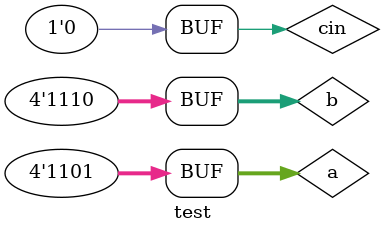
<source format=v>
module claa4bit(a,b,cin,cout,sum);
  input [3:0]a,b;
  output [3:0]sum;
  input cin;
  output cout;
  wire [3:0]g,p,c;
  assign g[0]=a[0]&b[0];
  	assign g[1]=a[1]&b[1];
 	assign g[2]=a[2]&b[2];
  	assign g[3]=a[3]&b[3];
  assign p[0]=a[0]^b[0];
  	assign p[1]=a[1]^b[1];
  	assign p[2]=a[2]^b[2];
  	assign p[3]=a[3]^b[3];
  assign c[0]=g[0]|(p[0]&cin);
  	assign c[1]=g[1]|(p[1]&c[0]);
  	assign c[2]=g[2]|(p[2]&c[1]);
  	assign c[3]=g[3]|(p[3]&c[2]);
  assign sum[0]=p[0]^cin;
  	assign sum[1]=p[1]^c[0];
  	assign sum[2]=p[2]^c[1];
  	assign sum[3]=p[3]^c[2];
  assign cout=c[3];
endmodule
//simulation code or testbench
// Code your testbench here
// or browse Examples
module test();
  reg [3:0]a,b;
  wire [3:0]sum;
  reg cin;
  wire cout;
  claa4bit a1(a,b,cin,cout,sum);
  initial
    begin
      $monitor("a=%b,b=%b,cin=%b,cout=%b,sum=%b",a,b,cin,cout,sum,$time);
      #0ns a=0;b=0;cin=0;
      #5ns a=4'b1101;b=4'b1110;cin=0;
    end
endmodule
  
  
  
</source>
